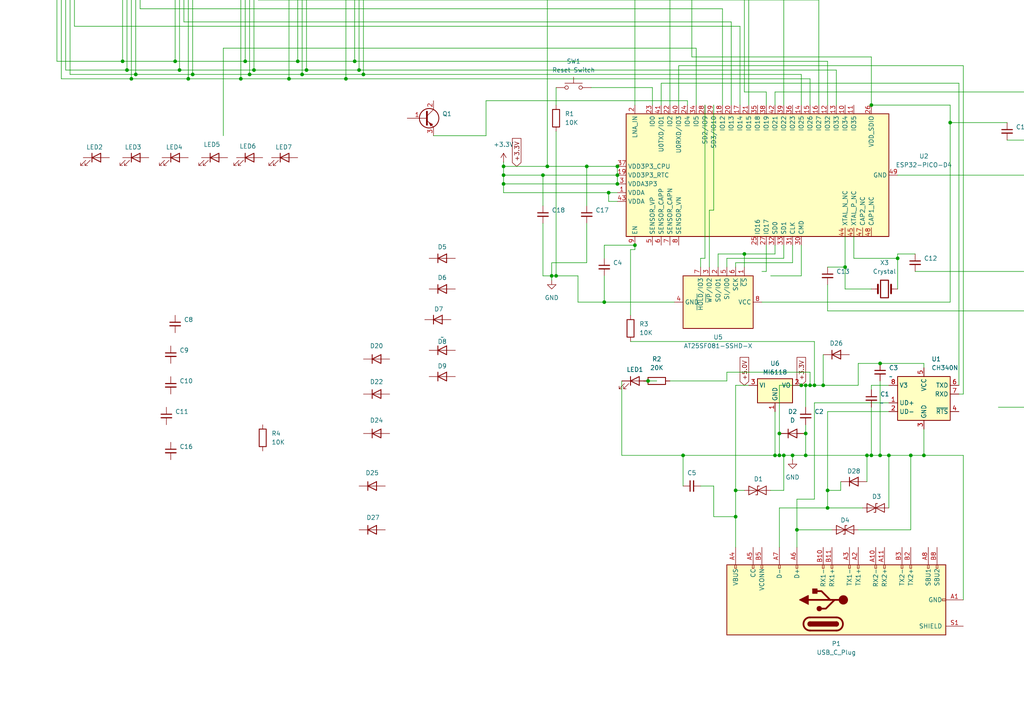
<source format=kicad_sch>
(kicad_sch (version 20231120) (generator "eeschema") (generator_version "8.0")
  (paper "A4")
  (junction (at 74.93 -20.32))
  (junction (at 300.99 -11.43))
  (junction (at 41.91 -26.67))
  (junction (at 57.15 -41.91))
  (junction (at 193.04 -41.91))
  (junction (at 231.14 153.67))
  (junction (at 88.9 20.32))
  (junction (at 74.93 -41.91))
  (junction (at 146.05 48.26))
  (junction (at 179.07 50.8))
  (junction (at 170.18 48.26))
  (junction (at 72.39 21.59))
  (junction (at 226.06 132.08))
  (junction (at 194.31 -20.32))
  (junction (at 233.68 132.08))
  (junction (at 57.15 -22.86))
  (junction (at 146.05 50.8))
  (junction (at 146.05 53.34))
  (junction (at 38.1 -62.23))
  (junction (at 69.85 22.86))
  (junction (at 100.33 22.86))
  (junction (at 275.59 35.56))
  (junction (at 224.79 132.08))
  (junction (at 90.17 -24.13))
  (junction (at 245.11 77.47))
  (junction (at 257.81 132.08))
  (junction (at 213.36 142.24))
  (junction (at 107.95 -41.91))
  (junction (at 260.35 74.93))
  (junction (at 252.73 30.48))
  (junction (at 300.99 50.8))
  (junction (at 267.97 132.08))
  (junction (at 184.15 71.12))
  (junction (at 228.6 -17.78))
  (junction (at 38.1 22.86))
  (junction (at 223.52 -20.32))
  (junction (at 87.63 21.59))
  (junction (at 36.83 20.32))
  (junction (at 41.91 -41.91))
  (junction (at 54.61 22.86))
  (junction (at 226.06 125.73))
  (junction (at 300.99 63.5))
  (junction (at 215.9 73.66))
  (junction (at 71.12 17.78))
  (junction (at 252.73 132.08))
  (junction (at 67.31 -62.23))
  (junction (at 255.27 132.08))
  (junction (at 240.03 147.32))
  (junction (at 251.46 132.08))
  (junction (at 55.88 21.59))
  (junction (at 158.75 48.26))
  (junction (at 179.07 48.26))
  (junction (at 87.63 -41.91))
  (junction (at 104.14 20.32))
  (junction (at 255.27 105.41))
  (junction (at 261.62 -40.64))
  (junction (at 227.33 132.08))
  (junction (at 50.8 17.78))
  (junction (at 241.3 -20.32))
  (junction (at 102.87 17.78))
  (junction (at 85.09 -62.23))
  (junction (at 35.56 17.78))
  (junction (at 198.12 132.08))
  (junction (at 21.59 -21.59))
  (junction (at 179.07 53.34))
  (junction (at 232.41 111.76))
  (junction (at 83.82 22.86))
  (junction (at 234.95 111.76))
  (junction (at 157.48 50.8))
  (junction (at 233.68 111.76))
  (junction (at 39.37 21.59))
  (junction (at 105.41 21.59))
  (junction (at 213.36 149.86))
  (junction (at 251.46 -25.4))
  (junction (at 160.02 80.01))
  (junction (at 233.68 125.73))
  (junction (at 52.07 20.32))
  (junction (at 240.03 142.24))
  (junction (at 229.87 132.08))
  (junction (at 300.99 -20.32))
  (junction (at 73.66 20.32))
  (junction (at 161.29 80.01))
  (junction (at 238.76 111.76))
  (junction (at 300.99 78.74))
  (junction (at 264.16 132.08))
  (junction (at 236.22 111.76))
  (junction (at 193.04 -20.32))
  (junction (at 236.22 -17.78))
  (junction (at 68.58 -62.23))
  (junction (at 200.66 -25.4))
  (junction (at 54.61 -62.23))
  (junction (at 187.96 110.49))
  (junction (at 107.95 -27.94))
  (junction (at 300.99 40.64))
  (junction (at 175.26 87.63))
  (junction (at 86.36 17.78))
  (junction (at 176.53 55.88))
  (wire (pts (xy 245.11 68.58) (xy 245.11 77.47)))
  (wire (pts (xy 57.15 -17.78) (xy 54.61 -17.78)))
  (wire (pts (xy 279.4 173.99) (xy 279.4 132.08)))
  (wire (pts (xy 19.05 -8.89) (xy 19.05 20.32)))
  (wire (pts (xy 207.01 149.86) (xy 213.36 149.86)))
  (wire (pts (xy 292.1 40.64) (xy 300.99 40.64)))
  (wire (pts (xy 25.4 -6.35) (xy 25.4 -21.59)))
  (wire (pts (xy 279.4 19.05) (xy 279.4 114.3)))
  (wire (pts (xy 196.85 19.05) (xy 196.85 30.48)))
  (wire (pts (xy 261.62 -40.64) (xy 300.99 -40.64)))
  (wire (pts (xy 184.15 72.39) (xy 184.15 71.12)))
  (wire (pts (xy 265.43 78.74) (xy 300.99 78.74)))
  (wire (pts (xy 57.15 -15.24) (xy 55.88 -15.24)))
  (wire (pts (xy 214.63 7.62) (xy 21.59 7.62)))
  (wire (pts (xy 222.25 71.12) (xy 222.25 78.74)))
  (wire (pts (xy 54.61 -62.23) (xy 67.31 -62.23)))
  (wire (pts (xy 57.15 -22.86) (xy 57.15 -41.91)))
  (wire (pts (xy 243.84 139.7) (xy 243.84 142.24)))
  (wire (pts (xy 220.98 87.63) (xy 275.59 87.63)))
  (wire (pts (xy 52.07 20.32) (xy 73.66 20.32)))
  (wire (pts (xy 226.06 125.73) (xy 226.06 132.08)))
  (wire (pts (xy 224.79 -25.4) (xy 251.46 -25.4)))
  (wire (pts (xy 224.79 73.66) (xy 215.9 73.66)))
  (wire (pts (xy 167.64 87.63) (xy 167.64 80.01)))
  (wire (pts (xy 21.59 -6.35) (xy 25.4 -6.35)))
  (wire (pts (xy 68.58 -62.23) (xy 85.09 -62.23)))
  (wire (pts (xy 314.96 26.67) (xy 314.96 118.11)))
  (wire (pts (xy 87.63 -24.13) (xy 90.17 -24.13)))
  (wire (pts (xy 175.26 80.01) (xy 175.26 87.63)))
  (wire (pts (xy 74.93 -5.08) (xy 78.74 -5.08)))
  (wire (pts (xy 107.95 -15.24) (xy 104.14 -15.24)))
  (wire (pts (xy 236.22 111.76) (xy 238.76 111.76)))
  (wire (pts (xy 175.26 87.63) (xy 195.58 87.63)))
  (wire (pts (xy 176.53 55.88) (xy 179.07 55.88)))
  (wire (pts (xy 238.76 102.87) (xy 238.76 111.76)))
  (wire (pts (xy 36.83 20.32) (xy 52.07 20.32)))
  (wire (pts (xy 223.52 80.01) (xy 232.41 80.01)))
  (wire (pts (xy 209.55 2.54) (xy 40.64 2.54)))
  (wire (pts (xy 100.33 -22.86) (xy 100.33 22.86)))
  (wire (pts (xy 170.18 48.26) (xy 170.18 59.69)))
  (wire (pts (xy 184.15 71.12) (xy 175.26 71.12)))
  (wire (pts (xy 38.1 -62.23) (xy 54.61 -62.23)))
  (wire (pts (xy 237.49 0) (xy 74.93 0)))
  (wire (pts (xy 180.34 132.08) (xy 198.12 132.08)))
  (wire (pts (xy 255.27 110.49) (xy 255.27 132.08)))
  (wire (pts (xy 213.36 76.2) (xy 213.36 77.47)))
  (wire (pts (xy 215.9 73.66) (xy 208.28 73.66)))
  (wire (pts (xy 57.15 -10.16) (xy 52.07 -10.16)))
  (wire (pts (xy 261.62 -40.64) (xy 261.62 -33.02)))
  (wire (pts (xy 229.87 -24.13) (xy 228.6 -24.13)))
  (wire (pts (xy 300.99 40.64) (xy 300.99 50.8)))
  (wire (pts (xy 17.78 -19.05) (xy 17.78 -62.23)))
  (wire (pts (xy 90.17 -21.59) (xy 85.09 -21.59)))
  (wire (pts (xy 87.63 -41.91) (xy 87.63 -24.13)))
  (wire (pts (xy 194.31 110.49) (xy 210.82 110.49)))
  (wire (pts (xy 73.66 -7.62) (xy 73.66 20.32)))
  (wire (pts (xy 207.01 140.97) (xy 207.01 149.86)))
  (wire (pts (xy 38.1 22.86) (xy 54.61 22.86)))
  (wire (pts (xy 267.97 106.68) (xy 267.97 105.41)))
  (wire (pts (xy 232.41 -24.13) (xy 236.22 -24.13)))
  (wire (pts (xy 199.39 29.21) (xy 140.97 29.21)))
  (wire (pts (xy 180.34 110.49) (xy 180.34 132.08)))
  (wire (pts (xy 16.51 -11.43) (xy 16.51 17.78)))
  (wire (pts (xy 213.36 -41.91) (xy 213.36 -38.1)))
  (wire (pts (xy 146.05 46.99) (xy 146.05 48.26)))
  (wire (pts (xy 240.03 119.38) (xy 257.81 119.38)))
  (wire (pts (xy 275.59 35.56) (xy 292.1 35.56)))
  (wire (pts (xy 190.5 110.49) (xy 187.96 110.49)))
  (wire (pts (xy 217.17 -38.1) (xy 213.36 -38.1)))
  (wire (pts (xy 78.74 -5.08) (xy 78.74 -20.32)))
  (wire (pts (xy 67.31 -62.23) (xy 68.58 -62.23)))
  (wire (pts (xy 232.41 71.12) (xy 232.41 80.01)))
  (wire (pts (xy 182.88 91.44) (xy 182.88 72.39)))
  (wire (pts (xy 300.99 78.74) (xy 300.99 90.17)))
  (wire (pts (xy 41.91 -19.05) (xy 39.37 -19.05)))
  (wire (pts (xy 257.81 132.08) (xy 257.81 147.32)))
  (wire (pts (xy 52.07 -10.16) (xy 52.07 20.32)))
  (wire (pts (xy 226.06 132.08) (xy 227.33 132.08)))
  (wire (pts (xy 194.31 -20.32) (xy 223.52 -20.32)))
  (wire (pts (xy 55.88 -15.24) (xy 55.88 21.59)))
  (wire (pts (xy 209.55 -25.4) (xy 200.66 -25.4)))
  (wire (pts (xy 41.91 -41.91) (xy 57.15 -41.91)))
  (wire (pts (xy 240.03 77.47) (xy 245.11 77.47)))
  (wire (pts (xy 107.95 -25.4) (xy 100.33 -25.4)))
  (wire (pts (xy 71.12 -10.16) (xy 71.12 17.78)))
  (wire (pts (xy 236.22 -24.13) (xy 236.22 -17.78)))
  (wire (pts (xy 252.73 113.03) (xy 252.73 111.76)))
  (wire (pts (xy 157.48 50.8) (xy 179.07 50.8)))
  (wire (pts (xy 267.97 124.46) (xy 267.97 132.08)))
  (wire (pts (xy 213.36 142.24) (xy 215.9 142.24)))
  (wire (pts (xy 255.27 105.41) (xy 248.92 105.41)))
  (wire (pts (xy 68.58 -62.23) (xy 68.58 -60.96)))
  (wire (pts (xy 170.18 76.2) (xy 160.02 76.2)))
  (wire (pts (xy 19.05 20.32) (xy 36.83 20.32)))
  (wire (pts (xy 179.07 58.42) (xy 176.53 58.42)))
  (wire (pts (xy 215.9 26.67) (xy 222.25 26.67)))
  (wire (pts (xy 54.61 -20.32) (xy 54.61 -62.23)))
  (wire (pts (xy 203.2 74.93) (xy 203.2 77.47)))
  (wire (pts (xy 224.79 71.12) (xy 224.79 73.66)))
  (wire (pts (xy 252.73 16.51) (xy 252.73 30.48)))
  (wire (pts (xy 241.3 -20.32) (xy 241.3 -17.78)))
  (wire (pts (xy 157.48 80.01) (xy 160.02 80.01)))
  (wire (pts (xy 140.97 39.37) (xy 125.73 39.37)))
  (wire (pts (xy 93.98 -24.13) (xy 90.17 -24.13)))
  (wire (pts (xy 237.49 -40.64) (xy 261.62 -40.64)))
  (wire (pts (xy 227.33 -8.89) (xy 227.33 30.48)))
  (wire (pts (xy 252.73 132.08) (xy 255.27 132.08)))
  (wire (pts (xy 105.41 -20.32) (xy 105.41 21.59)))
  (wire (pts (xy 21.59 -41.91) (xy 41.91 -41.91)))
  (wire (pts (xy 223.52 142.24) (xy 227.33 142.24)))
  (wire (pts (xy 215.9 26.67) (xy 215.9 -53.34)))
  (wire (pts (xy 267.97 105.41) (xy 255.27 105.41)))
  (wire (pts (xy 50.8 -12.7) (xy 50.8 17.78)))
  (wire (pts (xy 260.35 73.66) (xy 260.35 74.93)))
  (wire (pts (xy 229.87 71.12) (xy 229.87 76.2)))
  (wire (pts (xy 158.75 -49.53) (xy 193.04 -49.53)))
  (wire (pts (xy 222.25 26.67) (xy 222.25 30.48)))
  (wire (pts (xy 200.66 -25.4) (xy 200.66 16.51)))
  (wire (pts (xy 232.41 111.76) (xy 233.68 111.76)))
  (wire (pts (xy 146.05 48.26) (xy 146.05 50.8)))
  (wire (pts (xy 229.87 132.08) (xy 233.68 132.08)))
  (wire (pts (xy 170.18 48.26) (xy 179.07 48.26)))
  (wire (pts (xy 238.76 111.76) (xy 248.92 111.76)))
  (wire (pts (xy 193.04 -44.45) (xy 193.04 -41.91)))
  (wire (pts (xy 240.03 147.32) (xy 240.03 142.24)))
  (wire (pts (xy 237.49 30.48) (xy 237.49 0)))
  (wire (pts (xy 232.41 -27.94) (xy 232.41 -24.13)))
  (wire (pts (xy 227.33 142.24) (xy 227.33 132.08)))
  (wire (pts (xy 215.9 -53.34) (xy 222.25 -53.34)))
  (wire (pts (xy 240.03 17.78) (xy 102.87 17.78)))
  (wire (pts (xy 231.14 153.67) (xy 241.3 153.67)))
  (wire (pts (xy 21.59 -21.59) (xy 25.4 -21.59)))
  (wire (pts (xy 189.23 -20.32) (xy 193.04 -20.32)))
  (wire (pts (xy 236.22 116.84) (xy 257.81 116.84)))
  (wire (pts (xy 86.36 17.78) (xy 102.87 17.78)))
  (wire (pts (xy 203.2 140.97) (xy 207.01 140.97)))
  (wire (pts (xy 175.26 71.12) (xy 175.26 74.93)))
  (wire (pts (xy 208.28 73.66) (xy 208.28 77.47)))
  (wire (pts (xy 57.15 -22.86) (xy 60.96 -22.86)))
  (wire (pts (xy 300.99 -40.64) (xy 300.99 -20.32)))
  (wire (pts (xy 227.33 -8.89) (xy 222.25 -8.89)))
  (wire (pts (xy 240.03 30.48) (xy 240.03 17.78)))
  (wire (pts (xy 240.03 147.32) (xy 250.19 147.32)))
  (wire (pts (xy 161.29 38.1) (xy 161.29 80.01)))
  (wire (pts (xy 233.68 125.73) (xy 233.68 132.08)))
  (wire (pts (xy 39.37 21.59) (xy 55.88 21.59)))
  (wire (pts (xy 87.63 -16.51) (xy 87.63 21.59)))
  (wire (pts (xy 86.36 -13.97) (xy 86.36 17.78)))
  (wire (pts (xy 71.12 17.78) (xy 86.36 17.78)))
  (wire (pts (xy 196.85 19.05) (xy 279.4 19.05)))
  (wire (pts (xy 251.46 -25.4) (xy 261.62 -25.4)))
  (wire (pts (xy 191.77 24.13) (xy 191.77 30.48)))
  (wire (pts (xy 107.95 -10.16) (xy 107.95 -3.81)))
  (wire (pts (xy 72.39 -12.7) (xy 72.39 21.59)))
  (wire (pts (xy 243.84 142.24) (xy 240.03 142.24)))
  (wire (pts (xy 93.98 -8.89) (xy 93.98 -24.13)))
  (wire (pts (xy 74.93 -12.7) (xy 72.39 -12.7)))
  (wire (pts (xy 100.33 22.86) (xy 234.95 22.86)))
  (wire (pts (xy 17.78 -16.51) (xy 21.59 -16.51)))
  (wire (pts (xy 36.83 -13.97) (xy 36.83 20.32)))
  (wire (pts (xy 45.72 -11.43) (xy 45.72 -26.67)))
  (wire (pts (xy 90.17 -19.05) (xy 83.82 -19.05)))
  (wire (pts (xy 161.29 80.01) (xy 167.64 80.01)))
  (wire (pts (xy 248.92 105.41) (xy 248.92 111.76)))
  (wire (pts (xy 220.98 78.74) (xy 222.25 78.74)))
  (wire (pts (xy 275.59 30.48) (xy 275.59 35.56)))
  (wire (pts (xy 73.66 20.32) (xy 88.9 20.32)))
  (wire (pts (xy 146.05 53.34) (xy 179.07 53.34)))
  (wire (pts (xy 251.46 -19.05) (xy 251.46 -25.4)))
  (wire (pts (xy 207.01 60.96) (xy 207.01 30.48)))
  (wire (pts (xy 228.6 -17.78) (xy 228.6 -13.97)))
  (wire (pts (xy 74.93 -20.32) (xy 74.93 -41.91)))
  (wire (pts (xy 74.93 -17.78) (xy 67.31 -17.78)))
  (wire (pts (xy 87.63 -41.91) (xy 107.95 -41.91)))
  (wire (pts (xy 167.64 87.63) (xy 175.26 87.63)))
  (wire (pts (xy 229.87 132.08) (xy 229.87 133.35)))
  (wire (pts (xy 226.06 158.75) (xy 226.06 147.32)))
  (wire (pts (xy 69.85 22.86) (xy 69.85 -15.24)))
  (wire (pts (xy 41.91 -24.13) (xy 38.1 -24.13)))
  (wire (pts (xy 38.1 -21.59) (xy 38.1 22.86)))
  (wire (pts (xy 57.15 -7.62) (xy 60.96 -7.62)))
  (wire (pts (xy 205.74 60.96) (xy 207.01 60.96)))
  (wire (pts (xy 157.48 64.77) (xy 157.48 80.01)))
  (wire (pts (xy 146.05 50.8) (xy 157.48 50.8)))
  (wire (pts (xy 227.33 74.93) (xy 210.82 74.93)))
  (wire (pts (xy 107.95 -12.7) (xy 111.76 -12.7)))
  (wire (pts (xy 236.22 144.78) (xy 236.22 116.84)))
  (wire (pts (xy 107.95 -20.32) (xy 105.41 -20.32)))
  (wire (pts (xy 279.4 114.3) (xy 278.13 114.3)))
  (wire (pts (xy 74.93 -20.32) (xy 78.74 -20.32)))
  (wire (pts (xy 200.66 -27.94) (xy 200.66 -25.4)))
  (wire (pts (xy 41.91 -26.67) (xy 41.91 -41.91)))
  (wire (pts (xy 231.14 144.78) (xy 236.22 144.78)))
  (wire (pts (xy 224.79 26.67) (xy 314.96 26.67)))
  (wire (pts (xy 41.91 -11.43) (xy 45.72 -11.43)))
  (wire (pts (xy 17.78 22.86) (xy 38.1 22.86)))
  (wire (pts (xy 232.41 30.48) (xy 232.41 21.59)))
  (wire (pts (xy 278.13 111.76) (xy 278.13 24.13)))
  (wire (pts (xy 111.76 -12.7) (xy 111.76 -27.94)))
  (wire (pts (xy 194.31 -3.81) (xy 107.95 -3.81)))
  (wire (pts (xy 212.09 30.48) (xy 212.09 6.35)))
  (wire (pts (xy 257.81 132.08) (xy 264.16 132.08)))
  (wire (pts (xy 100.33 -25.4) (xy 100.33 -62.23)))
  (wire (pts (xy 57.15 -12.7) (xy 50.8 -12.7)))
  (wire (pts (xy 60.96 -7.62) (xy 60.96 -22.86)))
  (wire (pts (xy 217.17 -5.08) (xy 217.17 30.48)))
  (wire (pts (xy 213.36 149.86) (xy 213.36 158.75)))
  (wire (pts (xy 224.79 30.48) (xy 224.79 26.67)))
  (wire (pts (xy 107.95 -22.86) (xy 100.33 -22.86)))
  (wire (pts (xy 182.88 99.06) (xy 236.22 99.06)))
  (wire (pts (xy 146.05 55.88) (xy 176.53 55.88)))
  (wire (pts (xy 251.46 139.7) (xy 251.46 132.08)))
  (wire (pts (xy 264.16 132.08) (xy 267.97 132.08)))
  (wire (pts (xy 107.95 -27.94) (xy 107.95 -41.91)))
  (wire (pts (xy 231.14 153.67) (xy 231.14 144.78)))
  (wire (pts (xy 160.02 80.01) (xy 161.29 80.01)))
  (wire (pts (xy 90.17 -11.43) (xy 88.9 -11.43)))
  (wire (pts (xy 223.52 -20.32) (xy 223.52 -17.78)))
  (wire (pts (xy 74.93 -10.16) (xy 71.12 -10.16)))
  (wire (pts (xy 194.31 -33.02) (xy 194.31 -20.32)))
  (wire (pts (xy 83.82 22.86) (xy 100.33 22.86)))
  (wire (pts (xy 210.82 74.93) (xy 210.82 77.47)))
  (wire (pts (xy 264.16 153.67) (xy 264.16 132.08)))
  (wire (pts (xy 21.59 -19.05) (xy 17.78 -19.05)))
  (wire (pts (xy 233.68 111.76) (xy 234.95 111.76)))
  (wire (pts (xy 85.09 -21.59) (xy 85.09 -62.23)))
  (wire (pts (xy 74.93 -41.91) (xy 87.63 -41.91)))
  (wire (pts (xy 265.43 73.66) (xy 260.35 73.66)))
  (wire (pts (xy 224.79 119.38) (xy 224.79 132.08)))
  (wire (pts (xy 229.87 -27.94) (xy 229.87 -24.13)))
  (wire (pts (xy 105.41 21.59) (xy 232.41 21.59)))
  (wire (pts (xy 102.87 -17.78) (xy 107.95 -17.78)))
  (wire (pts (xy 240.03 90.17) (xy 300.99 90.17)))
  (wire (pts (xy 21.59 -21.59) (xy 21.59 -41.91)))
  (wire (pts (xy 20.32 21.59) (xy 39.37 21.59)))
  (wire (pts (xy 54.61 -17.78) (xy 54.61 22.86)))
  (wire (pts (xy 289.56 118.11) (xy 314.96 118.11)))
  (wire (pts (xy 41.91 -16.51) (xy 35.56 -16.51)))
  (wire (pts (xy 64.77 13.97) (xy 201.93 13.97)))
  (wire (pts (xy 179.07 53.34) (xy 179.07 50.8)))
  (wire (pts (xy 88.9 20.32) (xy 104.14 20.32)))
  (wire (pts (xy 245.11 83.82) (xy 252.73 83.82)))
  (wire (pts (xy 90.17 -8.89) (xy 93.98 -8.89)))
  (wire (pts (xy 198.12 140.97) (xy 198.12 132.08)))
  (wire (pts (xy 55.88 21.59) (xy 72.39 21.59)))
  (wire (pts (xy 228.6 -24.13) (xy 228.6 -17.78)))
  (wire (pts (xy 260.35 50.8) (xy 300.99 50.8)))
  (wire (pts (xy 275.59 35.56) (xy 275.59 87.63)))
  (wire (pts (xy 104.14 20.32) (xy 242.57 20.32)))
  (wire (pts (xy 87.63 -16.51) (xy 90.17 -16.51)))
  (wire (pts (xy 233.68 132.08) (xy 251.46 132.08)))
  (wire (pts (xy 209.55 -40.64) (xy 217.17 -40.64)))
  (wire (pts (xy 199.39 30.48) (xy 199.39 29.21)))
  (wire (pts (xy 227.33 71.12) (xy 227.33 74.93)))
  (wire (pts (xy 176.53 58.42) (xy 176.53 55.88)))
  (wire (pts (xy 57.15 -41.91) (xy 74.93 -41.91)))
  (wire (pts (xy 17.78 -16.51) (xy 17.78 22.86)))
  (wire (pts (xy 41.91 -21.59) (xy 38.1 -21.59)))
  (wire (pts (xy 90.17 -5.08) (xy 217.17 -5.08)))
  (wire (pts (xy 260.35 74.93) (xy 260.35 83.82)))
  (wire (pts (xy 233.68 123.19) (xy 233.68 125.73)))
  (wire (pts (xy 170.18 64.77) (xy 170.18 76.2)))
  (wire (pts (xy 90.17 -6.35) (xy 90.17 -5.08)))
  (wire (pts (xy 17.78 -62.23) (xy 38.1 -62.23)))
  (wire (pts (xy 160.02 80.01) (xy 160.02 81.28)))
  (wire (pts (xy 72.39 21.59) (xy 87.63 21.59)))
  (wire (pts (xy 255.27 132.08) (xy 257.81 132.08)))
  (wire (pts (xy 242.57 30.48) (xy 242.57 20.32)))
  (wire (pts (xy 74.93 -7.62) (xy 73.66 -7.62)))
  (wire (pts (xy 161.29 25.4) (xy 161.29 30.48)))
  (wire (pts (xy 104.14 -15.24) (xy 104.14 20.32)))
  (wire (pts (xy 300.99 63.5) (xy 300.99 78.74)))
  (wire (pts (xy 41.91 -13.97) (xy 36.83 -13.97)))
  (wire (pts (xy 193.04 -41.91) (xy 193.04 -20.32)))
  (wire (pts (xy 209.55 30.48) (xy 209.55 2.54)))
  (wire (pts (xy 252.73 30.48) (xy 275.59 30.48)))
  (wire (pts (xy 39.37 -19.05) (xy 39.37 21.59)))
  (wire (pts (xy 111.76 -27.94) (xy 107.95 -27.94)))
  (wire (pts (xy 234.95 111.76) (xy 236.22 111.76)))
  (wire (pts (xy 227.33 132.08) (xy 229.87 132.08)))
  (wire (pts (xy 204.47 30.48) (xy 204.47 74.93)))
  (wire (pts (xy 217.17 111.76) (xy 213.36 111.76)))
  (wire (pts (xy 158.75 48.26) (xy 170.18 48.26)))
  (wire (pts (xy 182.88 72.39) (xy 184.15 72.39)))
  (wire (pts (xy 160.02 76.2) (xy 160.02 80.01)))
  (wire (pts (xy 229.87 76.2) (xy 213.36 76.2)))
  (wire (pts (xy 213.36 -41.91) (xy 193.04 -41.91)))
  (wire (pts (xy 157.48 59.69) (xy 157.48 50.8)))
  (wire (pts (xy 226.06 147.32) (xy 240.03 147.32)))
  (wire (pts (xy 191.77 24.13) (xy 278.13 24.13)))
  (wire (pts (xy 74.93 -2.54) (xy 74.93 0)))
  (wire (pts (xy 54.61 22.86) (xy 69.85 22.86)))
  (wire (pts (xy 69.85 22.86) (xy 83.82 22.86)))
  (wire (pts (xy 251.46 132.08) (xy 252.73 132.08)))
  (wire (pts (xy 140.97 29.21) (xy 140.97 39.37)))
  (wire (pts (xy 224.79 132.08) (xy 226.06 132.08)))
  (wire (pts (xy 198.12 132.08) (xy 224.79 132.08)))
  (wire (pts (xy 215.9 73.66) (xy 215.9 77.47)))
  (wire (pts (xy 50.8 17.78) (xy 71.12 17.78)))
  (wire (pts (xy 209.55 -25.4) (xy 209.55 -40.64)))
  (wire (pts (xy 83.82 -19.05) (xy 83.82 22.86)))
  (wire (pts (xy 300.99 -11.43) (xy 300.99 40.64)))
  (wire (pts (xy 87.63 21.59) (xy 105.41 21.59)))
  (wire (pts (xy 205.74 77.47) (xy 205.74 60.96)))
  (wire (pts (xy 251.46 -11.43) (xy 300.99 -11.43)))
  (wire (pts (xy 41.91 -26.67) (xy 45.72 -26.67)))
  (wire (pts (xy 226.06 125.73) (xy 226.06 111.76)))
  (wire (pts (xy 231.14 158.75) (xy 231.14 153.67)))
  (wire (pts (xy 53.34 6.35) (xy 53.34 -5.08)))
  (wire (pts (xy 233.68 118.11) (xy 233.68 111.76)))
  (wire (pts (xy 247.65 74.93) (xy 260.35 74.93)))
  (wire (pts (xy 64.77 13.97) (xy 64.77 39.37)))
  (wire (pts (xy 234.95 30.48) (xy 234.95 22.86)))
  (wire (pts (xy 236.22 -17.78) (xy 236.22 -13.97)))
  (wire (pts (xy 146.05 53.34) (xy 146.05 55.88)))
  (wire (pts (xy 85.09 -62.23) (xy 100.33 -62.23)))
  (wire (pts (xy 224.79 -27.94) (xy 224.79 -25.4)))
  (wire (pts (xy 189.23 30.48) (xy 189.23 25.4)))
  (wire (pts (xy 234.95 107.95) (xy 234.95 111.76)))
  (wire (pts (xy 184.15 -20.32) (xy 184.15 30.48)))
  (wire (pts (xy 223.52 -20.32) (xy 241.3 -20.32)))
  (wire (pts (xy 247.65 68.58) (xy 247.65 74.93)))
  (wire (pts (xy 146.05 48.26) (xy 158.75 48.26)))
  (wire (pts (xy 214.63 30.48) (xy 214.63 7.62)))
  (wire (pts (xy 213.36 142.24) (xy 213.36 149.86)))
  (wire (pts (xy 35.56 17.78) (xy 50.8 17.78)))
  (wire (pts (xy 102.87 17.78) (xy 102.87 -17.78)))
  (wire (pts (xy 245.11 77.47) (xy 245.11 83.82)))
  (wire (pts (xy 90.17 -13.97) (xy 86.36 -13.97)))
  (wire (pts (xy 240.03 142.24) (xy 240.03 119.38)))
  (wire (pts (xy 158.75 -49.53) (xy 158.75 48.26)))
  (wire (pts (xy 107.95 -41.91) (xy 115.57 -41.91)))
  (wire (pts (xy 21.59 -11.43) (xy 16.51 -11.43)))
  (wire (pts (xy 171.45 25.4) (xy 189.23 25.4)))
  (wire (pts (xy 40.64 -8.89) (xy 41.91 -8.89)))
  (wire (pts (xy 300.99 -20.32) (xy 300.99 -11.43)))
  (wire (pts (xy 200.66 -33.02) (xy 194.31 -33.02)))
  (wire (pts (xy 53.34 -5.08) (xy 57.15 -5.08)))
  (wire (pts (xy 38.1 -24.13) (xy 38.1 -62.23)))
  (wire (pts (xy 210.82 110.49) (xy 210.82 107.95)))
  (wire (pts (xy 21.59 -13.97) (xy 20.32 -13.97)))
  (wire (pts (xy 210.82 107.95) (xy 234.95 107.95)))
  (wire (pts (xy 67.31 -62.23) (xy 67.31 -17.78)))
  (wire (pts (xy 201.93 30.48) (xy 201.93 13.97)))
  (wire (pts (xy 40.64 2.54) (xy 40.64 -8.89)))
  (wire (pts (xy 193.04 -20.32) (xy 194.31 -20.32)))
  (wire (pts (xy 236.22 99.06) (xy 236.22 111.76)))
  (wire (pts (xy 21.59 -3.81) (xy 21.59 7.62)))
  (wire (pts (xy 248.92 153.67) (xy 264.16 153.67)))
  (wire (pts (xy 252.73 118.11) (xy 252.73 132.08)))
  (wire (pts (xy 267.97 132.08) (xy 279.4 132.08)))
  (wire (pts (xy 16.51 17.78) (xy 35.56 17.78)))
  (wire (pts (xy 194.31 30.48) (xy 194.31 -3.81)))
  (wire (pts (xy 212.09 6.35) (xy 53.34 6.35)))
  (wire (pts (xy 241.3 -20.32) (xy 300.99 -20.32)))
  (wire (pts (xy 146.05 50.8) (xy 146.05 53.34)))
  (wire (pts (xy 204.47 74.93) (xy 203.2 74.93)))
  (wire (pts (xy 21.59 -8.89) (xy 19.05 -8.89)))
  (wire (pts (xy 88.9 -11.43) (xy 88.9 20.32)))
  (wire (pts (xy 252.73 111.76) (xy 257.81 111.76)))
  (wire (pts (xy 213.36 111.76) (xy 213.36 142.24)))
  (wire (pts (xy 179.07 48.26) (xy 179.07 50.8)))
  (wire (pts (xy 222.25 -8.89) (xy 222.25 -27.94)))
  (wire (pts (xy 35.56 -16.51) (xy 35.56 17.78)))
  (wire (pts (xy 300.99 63.5) (xy 300.99 50.8)))
  (wire (pts (xy 57.15 -20.32) (xy 54.61 -20.32)))
  (wire (pts (xy 69.85 -15.24) (xy 74.93 -15.24)))
  (wire (pts (xy 240.03 82.55) (xy 240.03 90.17)))
  (wire (pts (xy 200.66 16.51) (xy 252.73 16.51)))
  (wire (pts (xy 226.06 111.76) (xy 232.41 111.76)))
  (wire (pts (xy 20.32 -13.97) (xy 20.32 21.59)))
  (wire (pts (xy 186.69 110.49) (xy 187.96 110.49)))
  (global_label "+3.3V" (shape input) (at 149.86 48.26 90) (property "Intersheetrefs" "${INTERSHEET_REFS}" (effects (hide yes))))
  (global_label "+5.0V" (shape input) (at 215.9 111.76 90) (property "Intersheetrefs" "${INTERSHEET_REFS}" (effects (hide yes))))
  (global_label "+3.3V" (shape input) (at 232.41 111.76 90) (property "Intersheetrefs" "${INTERSHEET_REFS}" (effects (hide yes))))
  (symbol (lib_id "Device:C_Small") (at 170.18 62.23 0) (unit 1)
    (property "Reference" "C17" (at 172.72 60.9662 0) (effects (justify left)))
    (property "Value" "C_Small" (effects (hide yes)))
    (property "Description" "Unpolarized capacitor, small symbol" (effects (hide yes)))
  )
  (symbol (lib_id "Diode:SD05_SOD323") (at 219.71 142.24 0) (unit 1)
    (property "Reference" "D1" (at 219.964 138.938 0))
    (property "Value" "SD05_SOD323" (effects (hide yes)))
    (property "Footprint" "Diode_SMD:D_0201_0603Metric" (effects (hide yes)))
    (property "Datasheet" "https://www.littelfuse.com/~/media/electronics/datasheets/tvs_diode_arrays/littelfuse_tvs_diode_array_sd_c_datasheet.pdf.pdf" (effects (hide yes)))
    (property "Description" "5V, 450W Discrete Bidirectional TVS Diode, SOD-323" (effects (hide yes)))
  )
  (symbol (lib_id "Device:C_Small") (at 252.73 115.57 0) (unit 1)
    (property "Reference" "C1" (at 255.27 114.3062 0) (effects (justify left)))
    (property "Value" "~" (at 255.27 116.8462 0) (effects (justify left)))
    (property "Description" "Unpolarized capacitor, small symbol" (effects (hide yes)))
  )
  (symbol (lib_id "Device:C_Small") (at 50.8 93.98 0) (unit 1)
    (property "Reference" "C8" (at 53.34 92.7162 0) (effects (justify left)))
    (property "Value" "C_Small" (effects (hide yes)))
    (property "Description" "Unpolarized capacitor, small symbol" (effects (hide yes)))
  )
  (symbol (lib_id "Device:LED") (at 27.94 45.72 0) (unit 1)
    (property "Reference" "LED2" (at 27.432 42.672 0))
    (property "Value" "LED" (effects (hide yes)))
    (property "Description" "Light emitting diode" (effects (hide yes)))
  )
  (symbol (lib_id "Device:D") (at 229.87 125.73 0) (unit 1)
    (property "Reference" "D2" (at 229.87 119.38 0))
    (property "Value" "D" (at 229.87 121.92 0))
    (property "Description" "Diode" (effects (hide yes)))
    (property "Sim.Device" "D" (effects (hide yes)))
    (property "Sim.Pins" "1=K 2=A" (effects (hide yes)))
  )
  (symbol (lib_id "Device:Battery_Cell") (at 261.62 -30.48 180) (unit 1)
    (property "Reference" "BT1" (at 265.43 -29.9086 0) (effects (justify right)))
    (property "Value" "Battery_Cell" (at 265.43 -27.3686 0) (effects (justify right)))
    (property "Description" "Single-cell battery" (effects (hide yes)))
  )
  (symbol (lib_id "Device:C_Small") (at 49.53 102.87 0) (unit 1)
    (property "Reference" "C9" (at 52.07 101.6062 0) (effects (justify left)))
    (property "Value" "C_Small" (effects (hide yes)))
    (property "Description" "Unpolarized capacitor, small symbol" (effects (hide yes)))
  )
  (symbol (lib_id "Device:D") (at 128.27 74.93 0) (unit 1)
    (property "Reference" "D5" (at 128.27 71.628 0))
    (property "Value" "D" (effects (hide yes)))
    (property "Description" "Diode" (effects (hide yes)))
    (property "Sim.Device" "D" (effects (hide yes)))
    (property "Sim.Pins" "1=K 2=A" (effects (hide yes)))
  )
  (symbol (lib_id "Device:C_Small") (at 49.53 130.81 0) (unit 1)
    (property "Reference" "C16" (at 52.07 129.5462 0) (effects (justify left)))
    (property "Value" "C_Small" (effects (hide yes)))
    (property "Description" "Unpolarized capacitor, small symbol" (effects (hide yes)))
  )
  (symbol (lib_id "power:GND") (at 229.87 133.35 0) (unit 1)
    (property "Reference" "#PWR01" (effects (hide yes)))
    (property "Value" "GND" (at 229.87 138.43 0))
    (property "Description" "Power symbol creates a global label with name \"GND\" , ground" (effects (hide yes)))
  )
  (symbol (lib_id "Connector:USB_C_Plug") (at 238.76 173.99 90) (unit 1)
    (property "Reference" "P1" (at 242.57 186.69 90))
    (property "Value" "USB_C_Plug" (at 242.57 189.23 90))
    (property "Footprint" "Connector_USB:USB_C_Receptacle_GCT_USB4105-xx-A_16P_TopMnt_Horizontal" (effects (hide yes)))
    (property "Datasheet" "https://www.usb.org/sites/default/files/documents/usb_type-c.zip" (effects (hide yes)))
    (property "Description" "USB Type-C Plug connector" (effects (hide yes)))
  )
  (symbol (lib_id "Device:D") (at 109.22 104.14 0) (unit 1)
    (property "Reference" "D20" (at 109.22 100.33 0))
    (property "Value" "D" (effects (hide yes)))
    (property "Description" "Diode" (effects (hide yes)))
    (property "Sim.Device" "D" (effects (hide yes)))
    (property "Sim.Pins" "1=K 2=A" (effects (hide yes)))
  )
  (symbol (lib_id "Device:R") (at 76.2 127 0) (unit 1)
    (property "Reference" "R4" (at 78.74 125.7299 0) (effects (justify left)))
    (property "Value" "10K" (at 78.74 128.2699 0) (effects (justify left)))
    (property "Description" "Resistor" (effects (hide yes)))
  )
  (symbol (lib_id "Device:R") (at 182.88 95.25 0) (unit 1)
    (property "Reference" "R3" (at 185.42 93.9799 0) (effects (justify left)))
    (property "Value" "10K" (at 185.42 96.5199 0) (effects (justify left)))
    (property "Description" "Resistor" (effects (hide yes)))
  )
  (symbol (lib_id "Device:LED") (at 184.15 110.49 0) (unit 1)
    (property "Reference" "LED1" (at 184.15 107.188 0))
    (property "Value" "LED" (effects (hide yes)))
    (property "Description" "Light emitting diode" (effects (hide yes)))
  )
  (symbol (lib_id "Device:LED") (at 39.37 45.72 0) (unit 1)
    (property "Reference" "LED3" (at 38.608 42.672 0))
    (property "Value" "LED" (effects (hide yes)))
    (property "Description" "Light emitting diode" (effects (hide yes)))
  )
  (symbol (lib_id "Device:C_Small") (at 233.68 120.65 0) (unit 1)
    (property "Reference" "C2" (at 236.22 119.3862 0) (effects (justify left)))
    (property "Value" "C_Small" (effects (hide yes)))
    (property "Description" "Unpolarized capacitor, small symbol" (effects (hide yes)))
  )
  (symbol (lib_id "Device:C_Small") (at 265.43 76.2 0) (unit 1)
    (property "Reference" "C12" (at 267.97 74.9362 0) (effects (justify left)))
    (property "Value" "C_Small" (effects (hide yes)))
    (property "Description" "Unpolarized capacitor, small symbol" (effects (hide yes)))
  )
  (symbol (lib_id "Device:LED") (at 50.8 45.72 0) (unit 1)
    (property "Reference" "LED4" (at 50.546 42.672 0))
    (property "Value" "LED" (effects (hide yes)))
    (property "Description" "Light emitting diode" (effects (hide yes)))
  )
  (symbol (lib_id "power:+3.3V") (at 115.57 -41.91 0) (unit 1)
    (property "Reference" "#PWR06" (effects (hide yes)))
    (property "Value" "+3.3V" (at 115.57 -45.72 0))
    (property "Description" "Power symbol creates a global label with name \"+3.3V\"" (effects (hide yes)))
  )
  (symbol (lib_id "Regulator_Linear:AP1117-33") (at 224.79 111.76 0) (unit 1)
    (property "Reference" "U6" (at 224.79 105.41 0))
    (property "Value" "MI6118" (at 224.79 107.95 0))
    (property "Footprint" "Package_TO_SOT_SMD:SOT-223-3_TabPin2" (effects (hide yes)))
    (property "Datasheet" "http://www.diodes.com/datasheets/AP1117.pdf" (effects (hide yes)))
    (property "Description" "1A Low Dropout regulator, positive, 3.3V fixed output, SOT-223" (effects (hide yes)))
  )
  (symbol (lib_id "Device:LED") (at 62.23 45.72 0) (unit 1)
    (property "Reference" "LED5" (at 61.468 41.91 0))
    (property "Value" "LED" (effects (hide yes)))
    (property "Description" "Light emitting diode" (effects (hide yes)))
  )
  (symbol (lib_id "Device:D") (at 107.95 140.97 0) (unit 1)
    (property "Reference" "D25" (at 107.95 137.16 0))
    (property "Value" "D" (effects (hide yes)))
    (property "Description" "Diode" (effects (hide yes)))
    (property "Sim.Device" "D" (effects (hide yes)))
    (property "Sim.Pins" "1=K 2=A" (effects (hide yes)))
  )
  (symbol (lib_id "Device:D") (at 128.27 83.82 0) (unit 1)
    (property "Reference" "D6" (at 128.27 80.518 0))
    (property "Value" "D" (effects (hide yes)))
    (property "Description" "Diode" (effects (hide yes)))
    (property "Sim.Device" "D" (effects (hide yes)))
    (property "Sim.Pins" "1=K 2=A" (effects (hide yes)))
  )
  (symbol (lib_id "Device:R") (at 190.5 110.49 90) (unit 1)
    (property "Reference" "R2" (at 190.5 104.14 90))
    (property "Value" "20K" (at 190.5 106.68 90))
    (property "Description" "Resistor" (effects (hide yes)))
  )
  (symbol (lib_id "Device:C_Small") (at 175.26 77.47 0) (unit 1)
    (property "Reference" "C4" (at 177.8 76.2062 0) (effects (justify left)))
    (property "Value" "C_Small" (effects (hide yes)))
    (property "Description" "Unpolarized capacitor, small symbol" (effects (hide yes)))
  )
  (symbol (lib_id "Device:Crystal") (at 232.41 -13.97 0) (unit 1)
    (property "Reference" "X1" (at 232.41 -21.59 0))
    (property "Value" "Crystal" (at 232.41 -19.05 0))
    (property "Description" "Two pin crystal" (effects (hide yes)))
  )
  (symbol (lib_id "Connector:Conn_Coaxial_Small") (at 186.69 -20.32 0) (unit 1)
    (property "Reference" "J1" (at 186.1704 -26.67 0))
    (property "Value" "Conn_Coaxial_Small" (at 186.1704 -24.13 0))
    (property "Datasheet" " ~" (effects (hide yes)))
    (property "Description" "small coaxial connector (BNC, SMA, SMB, SMC, Cinch/RCA, LEMO, ...)" (effects (hide yes)))
  )
  (symbol (lib_id "Connector:Conn_01x08_Socket") (at 113.03 -20.32 0) (unit 1)
    (property "Reference" "FPC5" (at 114.3 -20.3201 0) (effects (justify left)))
    (property "Value" "Conn_01x08_Socket" (effects (hide yes)))
    (property "Description" "Generic connector, single row, 01x08, script generated" (effects (hide yes)))
  )
  (symbol (lib_id "Device:C_Small") (at 157.48 62.23 0) (unit 1)
    (property "Reference" "C18" (at 160.02 60.9662 0) (effects (justify left)))
    (property "Value" "C_Small" (effects (hide yes)))
    (property "Description" "Unpolarized capacitor, small symbol" (effects (hide yes)))
  )
  (symbol (lib_id "Device:D") (at 247.65 139.7 0) (unit 1)
    (property "Reference" "D28" (at 247.65 136.652 0))
    (property "Value" "D" (effects (hide yes)))
    (property "Description" "Diode" (effects (hide yes)))
    (property "Sim.Device" "D" (effects (hide yes)))
    (property "Sim.Pins" "1=K 2=A" (effects (hide yes)))
  )
  (symbol (lib_id "Device:LED") (at 82.55 45.72 0) (unit 1)
    (property "Reference" "LED7" (at 82.296 42.672 0))
    (property "Value" "LED" (effects (hide yes)))
    (property "Description" "Light emitting diode" (effects (hide yes)))
  )
  (symbol (lib_id "Device:D") (at 109.22 125.73 0) (unit 1)
    (property "Reference" "D24" (at 109.22 121.92 0))
    (property "Value" "D" (effects (hide yes)))
    (property "Description" "Diode" (effects (hide yes)))
    (property "Sim.Device" "D" (effects (hide yes)))
    (property "Sim.Pins" "1=K 2=A" (effects (hide yes)))
  )
  (symbol (lib_id "Diode:SD05_SOD323") (at 254 147.32 0) (unit 1)
    (property "Reference" "D3" (at 254.254 144.018 0))
    (property "Value" "SD05_SOD323" (effects (hide yes)))
    (property "Footprint" "Diode_SMD:D_0201_0603Metric" (effects (hide yes)))
    (property "Datasheet" "https://www.littelfuse.com/~/media/electronics/datasheets/tvs_diode_arrays/littelfuse_tvs_diode_array_sd_c_datasheet.pdf.pdf" (effects (hide yes)))
    (property "Description" "5V, 450W Discrete Bidirectional TVS Diode, SOD-323" (effects (hide yes)))
  )
  (symbol (lib_id "power:GND") (at 300.99 63.5 0) (unit 1)
    (property "Reference" "#PWR02" (effects (hide yes)))
    (property "Value" "GND" (at 300.99 68.58 0))
    (property "Description" "Power symbol creates a global label with name \"GND\" , ground" (effects (hide yes)))
  )
  (symbol (lib_id "Device:Q_PNP_BCE") (at 123.19 34.29 0) (unit 1)
    (property "Reference" "Q1" (at 128.27 33.0199 0) (effects (justify left)))
    (property "Value" "Q_PNP_BCE" (effects (hide yes)))
    (property "Description" "PNP transistor, base/collector/emitter" (effects (hide yes)))
  )
  (symbol (lib_id "Device:LED") (at 72.39 45.72 0) (unit 1)
    (property "Reference" "LED6" (at 71.882 42.418 0))
    (property "Value" "LED" (effects (hide yes)))
    (property "Description" "Light emitting diode" (effects (hide yes)))
  )
  (symbol (lib_id "Device:C_Small") (at 292.1 38.1 0) (unit 1)
    (property "Reference" "C15" (at 294.64 36.8362 0) (effects (justify left)))
    (property "Value" "C_Small" (effects (hide yes)))
    (property "Description" "Unpolarized capacitor, small symbol" (effects (hide yes)))
  )
  (symbol (lib_id "Device:C_Small") (at 255.27 107.95 0) (unit 1)
    (property "Reference" "C3" (at 257.81 106.6862 0) (effects (justify left)))
    (property "Value" "~" (at 257.81 109.2262 0) (effects (justify left)))
    (property "Description" "Unpolarized capacitor, small symbol" (effects (hide yes)))
  )
  (symbol (lib_id "Device:C_Small") (at 193.04 -46.99 0) (unit 1)
    (property "Reference" "C19" (at 195.58 -48.2538 0) (effects (justify left)))
    (property "Value" "C_Small" (effects (hide yes)))
    (property "Description" "Unpolarized capacitor, small symbol" (effects (hide yes)))
  )
  (symbol (lib_id "Device:C_Small") (at 240.03 80.01 0) (unit 1)
    (property "Reference" "C13" (at 242.57 78.7462 0) (effects (justify left)))
    (property "Value" "C_Small" (effects (hide yes)))
    (property "Description" "Unpolarized capacitor, small symbol" (effects (hide yes)))
  )
  (symbol (lib_id "Device:D") (at 242.57 102.87 0) (unit 1)
    (property "Reference" "D26" (at 242.57 99.568 0))
    (property "Value" "D" (effects (hide yes)))
    (property "Description" "Diode" (effects (hide yes)))
    (property "Sim.Device" "D" (effects (hide yes)))
    (property "Sim.Pins" "1=K 2=A" (effects (hide yes)))
  )
  (symbol (lib_id "Device:C_Small") (at 226.06 -17.78 90) (unit 1)
    (property "Reference" "C7" (at 226.0663 -21.59 90))
    (property "Value" "~" (at 226.0663 -20.32 90))
    (property "Description" "Unpolarized capacitor, small symbol" (effects (hide yes)))
  )
  (symbol (lib_id "MCU_Espressif:ESP32-PICO-D4") (at 219.71 50.8 90) (unit 1)
    (property "Reference" "U2" (at 267.97 45.3038 90))
    (property "Value" "ESP32-PICO-D4" (at 267.97 47.8438 90))
    (property "Footprint" "Package_DFN_QFN:QFN-48-1EP_7x7mm_P0.5mm_EP5.3x5.3mm" (effects (hide yes)))
    (property "Datasheet" "https://www.espressif.com/sites/default/files/documentation/esp32-pico-d4_datasheet_en.pdf" (effects (hide yes)))
    (property "Description" "RF Module, ESP32 SoC, Wi-Fi 802.11b/g/n, Bluetooth, BLE, 32-bit, 2.7-3.6V, external antenna, QFN-48" (effects (hide yes)))
  )
  (symbol (lib_id "Connector:Conn_01x08_Socket") (at 62.23 -15.24 0) (unit 1)
    (property "Reference" "FPC1" (at 63.5 -15.2401 0) (effects (justify left)))
    (property "Value" "Conn_01x08_Socket" (effects (hide yes)))
    (property "Description" "Generic connector, single row, 01x08, script generated" (effects (hide yes)))
  )
  (symbol (lib_id "Device:D") (at 109.22 114.3 0) (unit 1)
    (property "Reference" "D22" (at 109.22 110.744 0))
    (property "Value" "D" (effects (hide yes)))
    (property "Description" "Diode" (effects (hide yes)))
    (property "Sim.Device" "D" (effects (hide yes)))
    (property "Sim.Pins" "1=K 2=A" (effects (hide yes)))
  )
  (symbol (lib_id "Device:C_Small") (at 238.76 -17.78 90) (unit 1)
    (property "Reference" "C6" (at 238.7663 -22.86 90))
    (property "Value" "~" (at 238.7663 -20.32 90))
    (property "Description" "Unpolarized capacitor, small symbol" (effects (hide yes)))
  )
  (symbol (lib_id "Connector:Conn_01x08_Socket") (at 95.25 -16.51 0) (unit 1)
    (property "Reference" "FPC6" (at 96.52 -16.5101 0) (effects (justify left)))
    (property "Value" "Conn_01x08_Socket" (effects (hide yes)))
    (property "Description" "Generic connector, single row, 01x08, script generated" (effects (hide yes)))
  )
  (symbol (lib_id "Device:C_Small") (at 49.53 111.76 0) (unit 1)
    (property "Reference" "C10" (at 52.07 110.4962 0) (effects (justify left)))
    (property "Value" "C_Small" (effects (hide yes)))
    (property "Description" "Unpolarized capacitor, small symbol" (effects (hide yes)))
  )
  (symbol (lib_id "Device:C_Small") (at 200.66 -30.48 0) (unit 1)
    (property "Reference" "C14" (at 203.2 -31.7438 0) (effects (justify left)))
    (property "Value" "C_Small" (effects (hide yes)))
    (property "Description" "Unpolarized capacitor, small symbol" (effects (hide yes)))
  )
  (symbol (lib_id "power:+3.3V") (at 146.05 46.99 0) (unit 1)
    (property "Reference" "#PWR03" (effects (hide yes)))
    (property "Value" "+3.3V" (at 146.05 41.91 0))
    (property "Description" "Power symbol creates a global label with name \"+3.3V\"" (effects (hide yes)))
  )
  (symbol (lib_id "Interface_USB:CH340N") (at 267.97 114.3 0) (unit 1)
    (property "Reference" "U1" (at 270.1641 104.14 0) (effects (justify left)))
    (property "Value" "CH340N" (at 270.1641 106.68 0) (effects (justify left)))
    (property "Footprint" "Package_SO:SOP-8_3.9x4.9mm_P1.27mm" (effects (hide yes)))
    (property "Datasheet" "https://aitendo3.sakura.ne.jp/aitendo_data/product_img/ic/inteface/CH340N/ch340n.pdf" (effects (hide yes)))
    (property "Description" "USB serial converter, 2Mbps, UART, SOP-8" (effects (hide yes)))
  )
  (symbol (lib_id "Device:D") (at 128.27 109.22 0) (unit 1)
    (property "Reference" "D9" (at 128.27 106.172 0))
    (property "Value" "D" (effects (hide yes)))
    (property "Description" "Diode" (effects (hide yes)))
    (property "Sim.Device" "D" (effects (hide yes)))
    (property "Sim.Pins" "1=K 2=A" (effects (hide yes)))
  )
  (symbol (lib_id "Device:D") (at 127 92.71 0) (unit 1)
    (property "Reference" "D7" (at 127.254 89.662 0))
    (property "Value" "D" (effects (hide yes)))
    (property "Description" "Diode" (effects (hide yes)))
    (property "Sim.Device" "D" (effects (hide yes)))
    (property "Sim.Pins" "1=K 2=A" (effects (hide yes)))
  )
  (symbol (lib_id "Device:D") (at 107.95 153.67 0) (unit 1)
    (property "Reference" "D27" (at 108.204 150.114 0))
    (property "Value" "D" (effects (hide yes)))
    (property "Description" "Diode" (effects (hide yes)))
    (property "Sim.Device" "D" (effects (hide yes)))
    (property "Sim.Pins" "1=K 2=A" (effects (hide yes)))
  )
  (symbol (lib_id "Device:D") (at 251.46 -15.24 270) (unit 1)
    (property "Reference" "D19" (at 255.016 -15.24 0))
    (property "Value" "D" (effects (hide yes)))
    (property "Description" "Diode" (effects (hide yes)))
    (property "Sim.Device" "D" (effects (hide yes)))
    (property "Sim.Pins" "1=K 2=A" (effects (hide yes)))
  )
  (symbol (lib_id "Connector:Conn_01x08_Socket") (at 80.01 -12.7 0) (unit 1)
    (property "Reference" "FPC4" (at 81.28 -12.7001 0) (effects (justify left)))
    (property "Value" "Conn_01x08_Socket" (effects (hide yes)))
    (property "Description" "Generic connector, single row, 01x08, script generated" (effects (hide yes)))
  )
  (symbol (lib_id "Timer_RTC:DS1302Z+") (at 227.33 -40.64 90) (unit 1)
    (property "Reference" "U4" (at 241.3 -46.1362 90))
    (property "Value" "DS1302Z+" (at 241.3 -43.5962 90))
    (property "Footprint" "Package_SO:SOIC-8_3.9x4.9mm_P1.27mm" (effects (hide yes)))
    (property "Datasheet" "https://datasheets.maximintegrated.com/en/ds/DS1302.pdf" (effects (hide yes)))
    (property "Description" "Trickle-Charge Timekeeping Chip, 2.0V to 5.5V VCC, 0°C to +70°C, SOIC-8" (effects (hide yes)))
  )
  (symbol (lib_id "power:GND") (at 68.58 -60.96 0) (unit 1)
    (property "Reference" "#PWR05" (effects (hide yes)))
    (property "Value" "GND" (at 68.58 -54.61 0))
    (property "Description" "Power symbol creates a global label with name \"GND\" , ground" (effects (hide yes)))
  )
  (symbol (lib_id "power:GND") (at 160.02 81.28 0) (unit 1)
    (property "Reference" "#PWR04" (effects (hide yes)))
    (property "Value" "GND" (at 160.02 86.36 0))
    (property "Description" "Power symbol creates a global label with name \"GND\" , ground" (effects (hide yes)))
  )
  (symbol (lib_id "Device:C_Small") (at 48.26 120.65 0) (unit 1)
    (property "Reference" "C11" (at 50.8 119.3862 0) (effects (justify left)))
    (property "Value" "C_Small" (effects (hide yes)))
    (property "Description" "Unpolarized capacitor, small symbol" (effects (hide yes)))
  )
  (symbol (lib_id "Switch:SW_Push") (at 166.37 25.4 0) (unit 1)
    (property "Reference" "SW1" (at 166.37 17.78 0))
    (property "Value" "Reset Switch" (at 166.37 20.32 0))
    (property "Description" "Push button switch, generic, two pins" (effects (hide yes)))
  )
  (symbol (lib_id "Connector:Conn_01x08_Socket") (at 26.67 -13.97 0) (unit 1)
    (property "Reference" "FPC3" (at 27.94 -13.9701 0) (effects (justify left)))
    (property "Value" "Conn_01x08_Socket" (effects (hide yes)))
    (property "Description" "Generic connector, single row, 01x08, script generated" (effects (hide yes)))
  )
  (symbol (lib_id "Device:R") (at 161.29 34.29 180) (unit 1)
    (property "Reference" "R1" (at 163.83 33.0199 0) (effects (justify right)))
    (property "Value" "10K" (at 163.83 35.5599 0) (effects (justify right)))
    (property "Description" "Resistor" (effects (hide yes)))
  )
  (symbol (lib_id "Memory_Flash:AT25SF081-SSHD-X") (at 208.28 87.63 270) (unit 1)
    (property "Reference" "U5" (at 208.28 97.79 90))
    (property "Value" "AT25SF081-SSHD-X" (at 208.28 100.33 90))
    (property "Footprint" "Package_SO:SOIC-8_3.9x4.9mm_P1.27mm" (effects (hide yes)))
    (property "Datasheet" "https://www.adestotech.com/wp-content/uploads/DS-AT25SF081_045.pdf" (effects (hide yes)))
    (property "Description" "8-Mbit, 2.5V Minimum SPI Serial Flash Memory with Dual-I/O and Quad-I/O Support, SOIC-8" (effects (hide yes)))
  )
  (symbol (lib_id "Diode:SD05_SOD323") (at 245.11 153.67 0) (unit 1)
    (property "Reference" "D4" (at 245.11 150.876 0))
    (property "Value" "SD05_SOD323" (effects (hide yes)))
    (property "Footprint" "Diode_SMD:D_0201_0603Metric" (effects (hide yes)))
    (property "Datasheet" "https://www.littelfuse.com/~/media/electronics/datasheets/tvs_diode_arrays/littelfuse_tvs_diode_array_sd_c_datasheet.pdf.pdf" (effects (hide yes)))
    (property "Description" "5V, 450W Discrete Bidirectional TVS Diode, SOD-323" (effects (hide yes)))
  )
  (symbol (lib_id "Connector:Conn_01x08_Socket") (at 46.99 -19.05 0) (unit 1)
    (property "Reference" "FPC2" (at 48.26 -19.0501 0) (effects (justify left)))
    (property "Value" "Conn_01x08_Socket" (effects (hide yes)))
    (property "Description" "Generic connector, single row, 01x08, script generated" (effects (hide yes)))
  )
  (symbol (lib_id "Device:C_Small") (at 200.66 140.97 90) (unit 1)
    (property "Reference" "C5" (at 200.66 137.16 90))
    (property "Value" "C_Small" (effects (hide yes)))
    (property "Description" "Unpolarized capacitor, small symbol" (effects (hide yes)))
  )
  (symbol (lib_id "Device:D") (at 128.27 101.6 0) (unit 1)
    (property "Reference" "D8" (at 128.27 99.06 0))
    (property "Value" "~" (at 128.27 97.79 0))
    (property "Description" "Diode" (effects (hide yes)))
    (property "Sim.Device" "D" (effects (hide yes)))
    (property "Sim.Pins" "1=K 2=A" (effects (hide yes)))
  )
  (symbol (lib_id "Device:Crystal") (at 256.54 83.82 0) (unit 1)
    (property "Reference" "X3" (at 256.54 76.2 0))
    (property "Value" "Crystal" (at 256.54 78.74 0))
    (property "Description" "Two pin crystal" (effects (hide yes)))
  )
)
</source>
